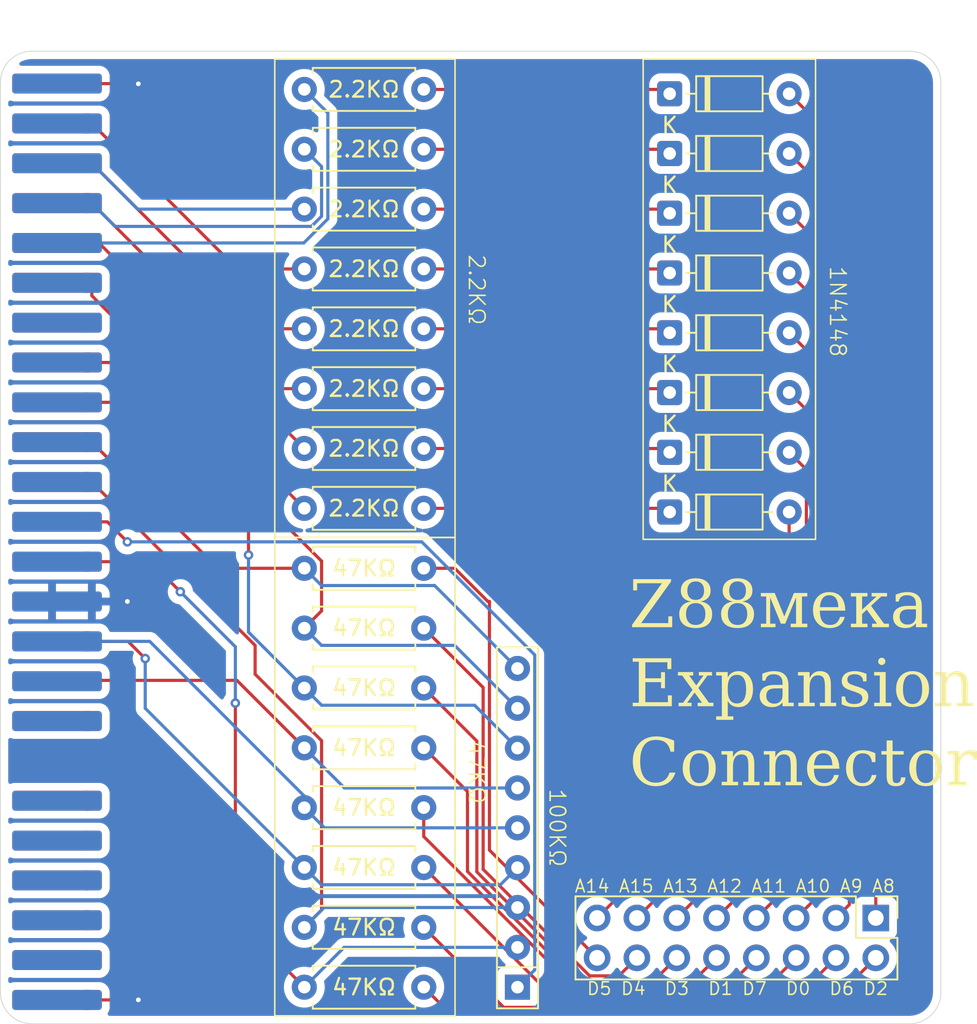
<source format=kicad_pcb>
(kicad_pcb (version 20241229) (generator "pcbnew") (generator_version "9.0")
  (title_block (title "Z88 Expansion Connector for Keyboard") (date "5/OCT/2025") (rev "A") (company "Brett Hallen") (comment 1 "www.youtube.com/@Brfff"))
  (layers (0 "F.Cu" signal) (2 "B.Cu" signal) (13 "F.Paste" user) (15 "B.Paste" user) (5 "F.SilkS" user "F.Silkscreen") (7 "B.SilkS" user "B.Silkscreen") (1 "F.Mask" user) (3 "B.Mask" user) (25 "Edge.Cuts" user))
  (net 0 "")
  (net 1 "Net-(D1-K)")
  (net 2 "Net-(D1-A)")
  (net 3 "Net-(D2-A)")
  (net 4 "Net-(D2-K)")
  (net 5 "Net-(D3-K)")
  (net 6 "Net-(D3-A)")
  (net 7 "Net-(D4-K)")
  (net 8 "Net-(D4-A)")
  (net 9 "Net-(D5-A)")
  (net 10 "Net-(D5-K)")
  (net 11 "Net-(D6-K)")
  (net 12 "Net-(D6-A)")
  (net 13 "Net-(D7-A)")
  (net 14 "Net-(D7-K)")
  (net 15 "Net-(D8-K)")
  (net 16 "Net-(D8-A)")
  (net 17 "A_{13}")
  (net 18 "GND")
  (net 19 "D_{5}")
  (net 20 "A_{10}")
  (net 21 "A_{15}")
  (net 22 "V_{CC}")
  (net 23 "D_{6}")
  (net 25 "D_{1}")
  (net 26 "A_{9}")
  (net 27 "A_{12}")
  (net 28 "D_{3}")
  (net 29 "D_{0}")
  (net 30 "A_{11}")
  (net 33 "A_{14}")
  (net 34 "D_{4}")
  (net 35 "D_{7}")
  (net 37 "A_{8}")
  (net 38 "Net-(J2-Pin_16)")
  (net 39 "Net-(J2-Pin_10)")
  (net 40 "Net-(J2-Pin_12)")
  (net 41 "Net-(J2-Pin_14)")
  (net 42 "D_{2}")
  (net 43 "Net-(J2-Pin_8)")
  (net 44 "Net-(J2-Pin_6)")
  (net 45 "Net-(J2-Pin_4)")
  (net 46 "Net-(J2-Pin_2)")
  (footprint "Resistor_THT:R_Axial_DIN0207_L6.3mm_D2.5mm_P7.62mm_Horizontal" (layer "F.Cu") (at 117.21 108.530667 180)
    (property "Reference" "R13" (hide yes))
    (property "Value" "47KΩ" (at 3.81 0 0) (layer "F.SilkS"))
    (pad "1" thru_hole circle (at 0 0 180) (size 1.6 1.6) (drill 0.8) (layers "*.Cu" "*.Mask") (net 39 "Net-(J2-Pin_10)"))
    (pad "2" thru_hole circle (at 7.62 0 180) (size 1.6 1.6) (drill 0.8) (layers "*.Cu" "*.Mask") (net 25 "D_{1}"))
  )
  (footprint "Resistor_THT:R_Axial_DIN0207_L6.3mm_D2.5mm_P7.62mm_Horizontal" (layer "F.Cu") (at 117.21 97.084667 180)
    (property "Reference" "R16" (hide yes))
    (property "Value" "47KΩ" (at 3.81 0 0) (layer "F.SilkS"))
    (pad "1" thru_hole circle (at 0 0 180) (size 1.6 1.6) (drill 0.8) (layers "*.Cu" "*.Mask") (net 38 "Net-(J2-Pin_16)"))
    (pad "2" thru_hole circle (at 7.62 0 180) (size 1.6 1.6) (drill 0.8) (layers "*.Cu" "*.Mask") (net 19 "D_{5}"))
  )
  (footprint "Clueless_Engineer:Z88 Expansion Connector" (layer "F.Cu") (at 93.495 61.105)
    (property "Reference" "J1" (hide yes))
    (property "Value" "Z88 Expansion Connector" (hide yes))
    (pad "A1" connect roundrect (at 0 5.08) (size 5.08 1.27) (layers "F.Cu" "F.Mask") (roundrect_rratio 0.15) (net 18 "GND"))
    (pad "A1" connect roundrect (at 2.54 5.08) (size 1.27 1.27) (layers "F.Cu" "F.Mask") (roundrect_rratio 0.15) (net 18 "GND"))
    (pad "A2" connect roundrect (at 0 7.62) (size 5.08 1.27) (layers "F.Cu" "F.Mask") (roundrect_rratio 0.15) (net 30 "A_{11}"))
    (pad "A2" connect roundrect (at 2.54 7.62) (size 1.27 1.27) (layers "F.Cu" "F.Mask") (roundrect_rratio 0.15) (net 30 "A_{11}"))
    (pad "A3" connect roundrect (at 0 10.16) (size 5.08 1.27) (layers "F.Cu" "F.Mask") (roundrect_rratio 0.15) (net 27 "A_{12}"))
    (pad "A3" connect roundrect (at 2.54 10.16) (size 1.27 1.27) (layers "F.Cu" "F.Mask") (roundrect_rratio 0.15) (net 27 "A_{12}"))
    (pad "A4" connect roundrect (at 0 12.7) (size 5.08 1.27) (layers "F.Cu" "F.Mask") (roundrect_rratio 0.15) (net 17 "A_{13}"))
    (pad "A4" connect roundrect (at 2.54 12.7) (size 1.27 1.27) (layers "F.Cu" "F.Mask") (roundrect_rratio 0.15) (net 17 "A_{13}"))
    (pad "A5" connect roundrect (at 0 15.24) (size 5.08 1.27) (layers "F.Cu" "F.Mask") (roundrect_rratio 0.15) (net 33 "A_{14}"))
    (pad "A5" connect roundrect (at 2.54 15.24) (size 1.27 1.27) (layers "F.Cu" "F.Mask") (roundrect_rratio 0.15) (net 33 "A_{14}"))
    (pad "A6" connect roundrect (at 0 17.78) (size 5.08 1.27) (layers "F.Cu" "F.Mask") (roundrect_rratio 0.15) (net 21 "A_{15}"))
    (pad "A6" connect roundrect (at 2.54 17.78) (size 1.27 1.27) (layers "F.Cu" "F.Mask") (roundrect_rratio 0.15) (net 21 "A_{15}"))
    (pad "A7" connect roundrect (at 0 20.32) (size 5.08 1.27) (layers "F.Cu" "F.Mask") (roundrect_rratio 0.15))
    (pad "A7" connect roundrect (at 2.54 20.32) (size 1.27 1.27) (layers "F.Cu" "F.Mask") (roundrect_rratio 0.15))
    (pad "A8" connect roundrect (at 0 22.86) (size 5.08 1.27) (layers "F.Cu" "F.Mask") (roundrect_rratio 0.15) (net 34 "D_{4}"))
    (pad "A8" connect roundrect (at 2.54 22.86) (size 1.27 1.27) (layers "F.Cu" "F.Mask") (roundrect_rratio 0.15) (net 34 "D_{4}"))
    (pad "A9" connect roundrect (at 0 25.4) (size 5.08 1.27) (layers "F.Cu" "F.Mask") (roundrect_rratio 0.15) (net 28 "D_{3}"))
    (pad "A9" connect roundrect (at 2.54 25.4) (size 1.27 1.27) (layers "F.Cu" "F.Mask") (roundrect_rratio 0.15) (net 28 "D_{3}"))
    (pad "A10" connect roundrect (at 0 27.94) (size 5.08 1.27) (layers "F.Cu" "F.Mask") (roundrect_rratio 0.15) (net 19 "D_{5}"))
    (pad "A10" connect roundrect (at 2.54 27.94) (size 1.27 1.27) (layers "F.Cu" "F.Mask") (roundrect_rratio 0.15) (net 19 "D_{5}"))
    (pad "A11" connect roundrect (at 0 30.48) (size 5.08 1.27) (layers "F.Cu" "F.Mask") (roundrect_rratio 0.15) (net 23 "D_{6}"))
    (pad "A11" connect roundrect (at 2.54 30.48) (size 1.27 1.27) (layers "F.Cu" "F.Mask") (roundrect_rratio 0.15) (net 23 "D_{6}"))
    (pad "A12" connect roundrect (at 0 33.02) (size 5.08 1.27) (layers "F.Cu" "F.Mask") (roundrect_rratio 0.15) (net 22 "V_{CC}"))
    (pad "A12" connect roundrect (at 2.54 33.02) (size 1.27 1.27) (layers "F.Cu" "F.Mask") (roundrect_rratio 0.15) (net 22 "V_{CC}"))
    (pad "A13" connect roundrect (at 0 35.56) (size 5.08 1.27) (layers "F.Cu" "F.Mask") (roundrect_rratio 0.15) (net 42 "D_{2}"))
    (pad "A13" connect roundrect (at 2.54 35.56) (size 1.27 1.27) (layers "F.Cu" "F.Mask") (roundrect_rratio 0.15) (net 42 "D_{2}"))
    (pad "A14" connect roundrect (at 0 38.1) (size 5.08 1.27) (layers "F.Cu" "F.Mask") (roundrect_rratio 0.15) (net 18 "GND"))
    (pad "A14" connect roundrect (at 2.54 38.1) (size 1.27 1.27) (layers "F.Cu" "F.Mask") (roundrect_rratio 0.15) (net 18 "GND"))
    (pad "A15" connect roundrect (at 0 40.64) (size 5.08 1.27) (layers "F.Cu" "F.Mask") (roundrect_rratio 0.15) (net 29 "D_{0}"))
    (pad "A15" connect roundrect (at 2.54 40.64) (size 1.27 1.27) (layers "F.Cu" "F.Mask") (roundrect_rratio 0.15) (net 29 "D_{0}"))
    (pad "A16" connect roundrect (at 0 43.18) (size 5.08 1.27) (layers "F.Cu" "F.Mask") (roundrect_rratio 0.15) (net 25 "D_{1}"))
    (pad "A16" connect roundrect (at 2.54 43.18) (size 1.27 1.27) (layers "F.Cu" "F.Mask") (roundrect_rratio 0.15) (net 25 "D_{1}"))
    (pad "A17" connect roundrect (at 0 45.72) (size 5.08 1.27) (layers "F.Cu" "F.Mask") (roundrect_rratio 0.15))
    (pad "A17" connect roundrect (at 2.54 45.72) (size 1.27 1.27) (layers "F.Cu" "F.Mask") (roundrect_rratio 0.15))
    (pad "A19" connect roundrect (at 0 50.8) (size 5.08 1.27) (layers "F.Cu" "F.Mask") (roundrect_rratio 0.15))
    (pad "A19" connect roundrect (at 2.54 50.8) (size 1.27 1.27) (layers "F.Cu" "F.Mask") (roundrect_rratio 0.15))
    (pad "A20" connect roundrect (at 0 53.34) (size 5.08 1.27) (layers "F.Cu" "F.Mask") (roundrect_rratio 0.15))
    (pad "A20" connect roundrect (at 2.54 53.34) (size 1.27 1.27) (layers "F.Cu" "F.Mask") (roundrect_rratio 0.15))
    (pad "A21" connect roundrect (at 0 55.88) (size 5.08 1.27) (layers "F.Cu" "F.Mask") (roundrect_rratio 0.15))
    (pad "A21" connect roundrect (at 2.54 55.88) (size 1.27 1.27) (layers "F.Cu" "F.Mask") (roundrect_rratio 0.15))
    (pad "A22" connect roundrect (at 0 58.42) (size 5.08 1.27) (layers "F.Cu" "F.Mask") (roundrect_rratio 0.15))
    (pad "A22" connect roundrect (at 2.54 58.42) (size 1.27 1.27) (layers "F.Cu" "F.Mask") (roundrect_rratio 0.15))
    (pad "A23" connect roundrect (at 0 60.96) (size 5.08 1.27) (layers "F.Cu" "F.Mask") (roundrect_rratio 0.15))
    (pad "A23" connect roundrect (at 2.54 60.96) (size 1.27 1.27) (layers "F.Cu" "F.Mask") (roundrect_rratio 0.15))
    (pad "A24" connect roundrect (at 0 63.5) (size 5.08 1.27) (layers "F.Cu" "F.Mask") (roundrect_rratio 0.15) (net 18 "GND"))
    (pad "A24" connect roundrect (at 2.54 63.5) (size 1.27 1.27) (layers "F.Cu" "F.Mask") (roundrect_rratio 0.15) (net 18 "GND"))
    (pad "B1" connect roundrect (at 0 5.08) (size 5.08 1.27) (layers "B.Cu" "B.Mask") (roundrect_rratio 0.15))
    (pad "B1" connect roundrect (at 2.54 5.08) (size 1.27 1.27) (layers "B.Cu" "B.Mask") (roundrect_rratio 0.15))
    (pad "B2" connect roundrect (at 0 7.62) (size 5.08 1.27) (layers "B.Cu" "B.Mask") (roundrect_rratio 0.15))
    (pad "B2" connect roundrect (at 2.54 7.62) (size 1.27 1.27) (layers "B.Cu" "B.Mask") (roundrect_rratio 0.15))
    (pad "B3" connect roundrect (at 0 10.16) (size 5.08 1.27) (layers "B.Cu" "B.Mask") (roundrect_rratio 0.15) (net 20 "A_{10}"))
    (pad "B3" connect roundrect (at 2.54 10.16) (size 1.27 1.27) (layers "B.Cu" "B.Mask") (roundrect_rratio 0.15) (net 20 "A_{10}"))
    (pad "B4" connect roundrect (at 0 12.7) (size 5.08 1.27) (layers "B.Cu" "B.Mask") (roundrect_rratio 0.15) (net 26 "A_{9}"))
    (pad "B4" connect roundrect (at 2.54 12.7) (size 1.27 1.27) (layers "B.Cu" "B.Mask") (roundrect_rratio 0.15) (net 26 "A_{9}"))
    (pad "B5" connect roundrect (at 0 15.24) (size 5.08 1.27) (layers "B.Cu" "B.Mask") (roundrect_rratio 0.15) (net 37 "A_{8}"))
    (pad "B5" connect roundrect (at 2.54 15.24) (size 1.27 1.27) (layers "B.Cu" "B.Mask") (roundrect_rratio 0.15) (net 37 "A_{8}"))
    (pad "B6" connect roundrect (at 0 17.78) (size 5.08 1.27) (layers "B.Cu" "B.Mask") (roundrect_rratio 0.15))
    (pad "B6" connect roundrect (at 2.54 17.78) (size 1.27 1.27) (layers "B.Cu" "B.Mask") (roundrect_rratio 0.15))
    (pad "B7" connect roundrect (at 0 20.32) (size 5.08 1.27) (layers "B.Cu" "B.Mask") (roundrect_rratio 0.15))
    (pad "B7" connect roundrect (at 2.54 20.32) (size 1.27 1.27) (layers "B.Cu" "B.Mask") (roundrect_rratio 0.15))
    (pad "B8" connect roundrect (at 0 22.86) (size 5.08 1.27) (layers "B.Cu" "B.Mask") (roundrect_rratio 0.15))
    (pad "B8" connect roundrect (at 2.54 22.86) (size 1.27 1.27) (layers "B.Cu" "B.Mask") (roundrect_rratio 0.15))
    (pad "B9" connect roundrect (at 0 25.4) (size 5.08 1.27) (layers "B.Cu" "B.Mask") (roundrect_rratio 0.15))
    (pad "B9" connect roundrect (at 2.54 25.4) (size 1.27 1.27) (layers "B.Cu" "B.Mask") (roundrect_rratio 0.15))
    (pad "B10" connect roundrect (at 0 27.94) (size 5.08 1.27) (layers "B.Cu" "B.Mask") (roundrect_rratio 0.15))
    (pad "B10" connect roundrect (at 2.54 27.94) (size 1.27 1.27) (layers "B.Cu" "B.Mask") (roundrect_rratio 0.15))
    (pad "B11" connect roundrect (at 0 30.48) (size 5.08 1.27) (layers "B.Cu" "B.Mask") (roundrect_rratio 0.15))
    (pad "B11" connect roundrect (at 2.54 30.48) (size 1.27 1.27) (layers "B.Cu" "B.Mask") (roundrect_rratio 0.15))
    (pad "B12" connect roundrect (at 0 33.02) (size 5.08 1.27) (layers "B.Cu" "B.Mask") (roundrect_rratio 0.15))
    (pad "B12" connect roundrect (at 2.54 33.02) (size 1.27 1.27) (layers "B.Cu" "B.Mask") (roundrect_rratio 0.15))
    (pad "B13" connect roundrect (at 0 35.56) (size 5.08 1.27) (layers "B.Cu" "B.Mask") (roundrect_rratio 0.15))
    (pad "B13" connect roundrect (at 2.54 35.56) (size 1.27 1.27) (layers "B.Cu" "B.Mask") (roundrect_rratio 0.15))
    (pad "B14" connect roundrect (at 0 38.1) (size 5.08 1.27) (layers "B.Cu" "B.Mask") (roundrect_rratio 0.15) (net 18 "GND"))
    (pad "B14" connect roundrect (at 2.54 38.1) (size 1.27 1.27) (layers "B.Cu" "B.Mask") (roundrect_rratio 0.15) (net 18 "GND"))
    (pad "B15" connect roundrect (at 0 40.64) (size 5.08 1.27) (layers "B.Cu" "B.Mask") (roundrect_rratio 0.15) (net 35 "D_{7}"))
    (pad "B15" connect roundrect (at 2.54 40.64) (size 1.27 1.27) (layers "B.Cu" "B.Mask") (roundrect_rratio 0.15) (net 35 "D_{7}"))
    (pad "B16" connect roundrect (at 0 43.18) (size 5.08 1.27) (layers "B.Cu" "B.Mask") (roundrect_rratio 0.15))
    (pad "B16" connect roundrect (at 2.54 43.18) (size 1.27 1.27) (layers "B.Cu" "B.Mask") (roundrect_rratio 0.15))
    (pad "B17" connect roundrect (at 0 45.72) (size 5.08 1.27) (layers "B.Cu" "B.Mask") (roundrect_rratio 0.15))
    (pad "B17" connect roundrect (at 2.54 45.72) (size 1.27 1.27) (layers "B.Cu" "B.Mask") (roundrect_rratio 0.15))
    (pad "B19" connect roundrect (at 0 50.8) (size 5.08 1.27) (layers "B.Cu" "B.Mask") (roundrect_rratio 0.15))
    (pad "B19" connect roundrect (at 2.54 50.8) (size 1.27 1.27) (layers "B.Cu" "B.Mask") (roundrect_rratio 0.15))
    (pad "B20" connect roundrect (at 0 53.34) (size 5.08 1.27) (layers "B.Cu" "B.Mask") (roundrect_rratio 0.15))
    (pad "B20" connect roundrect (at 2.54 53.34) (size 1.27 1.27) (layers "B.Cu" "B.Mask") (roundrect_rratio 0.15))
    (pad "B21" connect roundrect (at 0 55.88) (size 5.08 1.27) (layers "B.Cu" "B.Mask") (roundrect_rratio 0.15))
    (pad "B21" connect roundrect (at 2.54 55.88) (size 1.27 1.27) (layers "B.Cu" "B.Mask") (roundrect_rratio 0.15))
    (pad "B22" connect roundrect (at 0 58.42) (size 5.08 1.27) (layers "B.Cu" "B.Mask") (roundrect_rratio 0.15))
    (pad "B22" connect roundrect (at 2.54 58.42) (size 1.27 1.27) (layers "B.Cu" "B.Mask") (roundrect_rratio 0.15))
    (pad "B23" connect roundrect (at 0 60.96) (size 5.08 1.27) (layers "B.Cu" "B.Mask") (roundrect_rratio 0.15))
    (pad "B23" connect roundrect (at 2.54 60.96) (size 1.27 1.27) (layers "B.Cu" "B.Mask") (roundrect_rratio 0.15))
    (pad "B24" connect roundrect (at 0 63.5) (size 5.08 1.27) (layers "B.Cu" "B.Mask") (roundrect_rratio 0.15))
    (pad "B24" connect roundrect (at 2.54 63.5) (size 1.27 1.27) (layers "B.Cu" "B.Mask") (roundrect_rratio 0.15))
  )
  (footprint "Resistor_THT:R_Axial_DIN0207_L6.3mm_D2.5mm_P7.62mm_Horizontal" (layer "F.Cu") (at 117.21 112.346 180)
    (property "Reference" "R12" (hide yes))
    (property "Value" "47KΩ" (at 3.81 0 0) (layer "F.SilkS"))
    (pad "1" thru_hole circle (at 0 0 180) (size 1.6 1.6) (drill 0.8) (layers "*.Cu" "*.Mask") (net 43 "Net-(J2-Pin_8)"))
    (pad "2" thru_hole circle (at 7.62 0 180) (size 1.6 1.6) (drill 0.8) (layers "*.Cu" "*.Mask") (net 35 "D_{7}"))
  )
  (footprint "Resistor_THT:R_Axial_DIN0207_L6.3mm_D2.5mm_P7.62mm_Horizontal" (layer "F.Cu") (at 117.21 104.715334 180)
    (property "Reference" "R14" (hide yes))
    (property "Value" "47KΩ" (at 3.81 0 0) (layer "F.SilkS"))
    (pad "1" thru_hole circle (at 0 0 180) (size 1.6 1.6) (drill 0.8) (layers "*.Cu" "*.Mask") (net 40 "Net-(J2-Pin_12)"))
    (pad "2" thru_hole circle (at 7.62 0 180) (size 1.6 1.6) (drill 0.8) (layers "*.Cu" "*.Mask") (net 28 "D_{3}"))
  )
  (footprint "Diode_THT:D_DO-35_SOD27_P7.62mm_Horizontal" (layer "F.Cu") (at 132.9 74.45)
    (property "Reference" "D3" (hide yes))
    (property "Value" "1N4148" (hide yes))
    (fp_text user "K" (at 0 -1.8 0) (layer "F.SilkS"))
    (pad "1" thru_hole roundrect (at 0 0) (size 1.6 1.6) (drill 0.8) (layers "*.Cu" "*.Mask") (roundrect_rratio 0.15625) (net 5 "Net-(D3-K)"))
    (pad "2" thru_hole circle (at 7.62 0) (size 1.6 1.6) (drill 0.8) (layers "*.Cu" "*.Mask") (net 6 "Net-(D3-A)"))
  )
  (footprint "Diode_THT:D_DO-35_SOD27_P7.62mm_Horizontal" (layer "F.Cu") (at 132.9 82.07)
    (property "Reference" "D5" (hide yes))
    (property "Value" "1N4148" (hide yes))
    (fp_text user "K" (at 0 -1.8 0) (layer "F.SilkS"))
    (pad "1" thru_hole roundrect (at 0 0) (size 1.6 1.6) (drill 0.8) (layers "*.Cu" "*.Mask") (roundrect_rratio 0.15625) (net 10 "Net-(D5-K)"))
    (pad "2" thru_hole circle (at 7.62 0) (size 1.6 1.6) (drill 0.8) (layers "*.Cu" "*.Mask") (net 9 "Net-(D5-A)"))
  )
  (footprint "Diode_THT:D_DO-35_SOD27_P7.62mm_Horizontal" (layer "F.Cu") (at 132.9 70.64)
    (property "Reference" "D2" (hide yes))
    (property "Value" "1N4148" (hide yes))
    (fp_text user "K" (at 0 -1.8 0) (layer "F.SilkS"))
    (pad "1" thru_hole roundrect (at 0 0) (size 1.6 1.6) (drill 0.8) (layers "*.Cu" "*.Mask") (roundrect_rratio 0.15625) (net 4 "Net-(D2-K)"))
    (pad "2" thru_hole circle (at 7.62 0) (size 1.6 1.6) (drill 0.8) (layers "*.Cu" "*.Mask") (net 3 "Net-(D2-A)"))
  )
  (footprint "Connector_PinHeader_2.54mm:PinHeader_2x08_P2.54mm_Vertical" (layer "F.Cu") (at 146.05 119.38 -90)
    (property "Reference" "J2" (hide yes))
    (property "Value" "From Keyboard" (hide yes))
    (pad "1" thru_hole rect (at 0 0 270) (size 1.7 1.7) (drill 1) (layers "*.Cu" "*.Mask") (net 2 "Net-(D1-A)"))
    (pad "2" thru_hole circle (at 2.54 0 270) (size 1.7 1.7) (drill 1) (layers "*.Cu" "*.Mask") (net 46 "Net-(J2-Pin_2)"))
    (pad "3" thru_hole circle (at 0 2.54 270) (size 1.7 1.7) (drill 1) (layers "*.Cu" "*.Mask") (net 3 "Net-(D2-A)"))
    (pad "4" thru_hole circle (at 2.54 2.54 270) (size 1.7 1.7) (drill 1) (layers "*.Cu" "*.Mask") (net 45 "Net-(J2-Pin_4)"))
    (pad "5" thru_hole circle (at 0 5.08 270) (size 1.7 1.7) (drill 1) (layers "*.Cu" "*.Mask") (net 6 "Net-(D3-A)"))
    (pad "6" thru_hole circle (at 2.54 5.08 270) (size 1.7 1.7) (drill 1) (layers "*.Cu" "*.Mask") (net 44 "Net-(J2-Pin_6)"))
    (pad "7" thru_hole circle (at 0 7.62 270) (size 1.7 1.7) (drill 1) (layers "*.Cu" "*.Mask") (net 8 "Net-(D4-A)"))
    (pad "8" thru_hole circle (at 2.54 7.62 270) (size 1.7 1.7) (drill 1) (layers "*.Cu" "*.Mask") (net 43 "Net-(J2-Pin_8)"))
    (pad "9" thru_hole circle (at 0 10.16 270) (size 1.7 1.7) (drill 1) (layers "*.Cu" "*.Mask") (net 9 "Net-(D5-A)"))
    (pad "10" thru_hole circle (at 2.54 10.16 270) (size 1.7 1.7) (drill 1) (layers "*.Cu" "*.Mask") (net 39 "Net-(J2-Pin_10)"))
    (pad "11" thru_hole circle (at 0 12.7 270) (size 1.7 1.7) (drill 1) (layers "*.Cu" "*.Mask") (net 12 "Net-(D6-A)"))
    (pad "12" thru_hole circle (at 2.54 12.7 270) (size 1.7 1.7) (drill 1) (layers "*.Cu" "*.Mask") (net 40 "Net-(J2-Pin_12)"))
    (pad "13" thru_hole circle (at 0 15.24 270) (size 1.7 1.7) (drill 1) (layers "*.Cu" "*.Mask") (net 13 "Net-(D7-A)"))
    (pad "14" thru_hole circle (at 2.54 15.24 270) (size 1.7 1.7) (drill 1) (layers "*.Cu" "*.Mask") (net 41 "Net-(J2-Pin_14)"))
    (pad "15" thru_hole circle (at 0 17.78 270) (size 1.7 1.7) (drill 1) (layers "*.Cu" "*.Mask") (net 16 "Net-(D8-A)"))
    (pad "16" thru_hole circle (at 2.54 17.78 270) (size 1.7 1.7) (drill 1) (layers "*.Cu" "*.Mask") (net 38 "Net-(J2-Pin_16)"))
  )
  (footprint "Diode_THT:D_DO-35_SOD27_P7.62mm_Horizontal" (layer "F.Cu") (at 132.9 66.83)
    (property "Reference" "D1" (hide yes))
    (property "Value" "1N4148" (hide yes))
    (pad "1" thru_hole roundrect (at 0 0) (size 1.6 1.6) (drill 0.8) (layers "*.Cu" "*.Mask") (roundrect_rratio 0.15625) (net 1 "Net-(D1-K)"))
    (pad "2" thru_hole circle (at 7.62 0) (size 1.6 1.6) (drill 0.8) (layers "*.Cu" "*.Mask") (net 2 "Net-(D1-A)"))
  )
  (footprint "Resistor_THT:R_Axial_DIN0207_L6.3mm_D2.5mm_P7.62mm_Horizontal" (layer "F.Cu") (at 109.59 70.372)
    (property "Reference" "R2" (hide yes))
    (property "Value" "2.2KΩ" (at 3.81 0 0) (layer "F.SilkS"))
    (pad "1" thru_hole circle (at 0 0) (size 1.6 1.6) (drill 0.8) (layers "*.Cu" "*.Mask") (net 26 "A_{9}"))
    (pad "2" thru_hole circle (at 7.62 0) (size 1.6 1.6) (drill 0.8) (layers "*.Cu" "*.Mask") (net 4 "Net-(D2-K)"))
  )
  (footprint "Resistor_THT:R_Axial_DIN0207_L6.3mm_D2.5mm_P7.62mm_Horizontal" (layer "F.Cu") (at 117.21 123.792 180)
    (property "Reference" "R9" (hide yes))
    (property "Value" "47KΩ" (at 3.81 0 0) (layer "F.SilkS"))
    (pad "1" thru_hole circle (at 0 0 180) (size 1.6 1.6) (drill 0.8) (layers "*.Cu" "*.Mask") (net 46 "Net-(J2-Pin_2)"))
    (pad "2" thru_hole circle (at 7.62 0 180) (size 1.6 1.6) (drill 0.8) (layers "*.Cu" "*.Mask") (net 42 "D_{2}"))
  )
  (footprint "Diode_THT:D_DO-35_SOD27_P7.62mm_Horizontal" (layer "F.Cu") (at 132.9 89.69)
    (property "Reference" "D7" (hide yes))
    (property "Value" "1N4148" (hide yes))
    (fp_text user "K" (at 0 -1.8 0) (layer "F.SilkS"))
    (pad "1" thru_hole roundrect (at 0 0) (size 1.6 1.6) (drill 0.8) (layers "*.Cu" "*.Mask") (roundrect_rratio 0.15625) (net 14 "Net-(D7-K)"))
    (pad "2" thru_hole circle (at 7.62 0) (size 1.6 1.6) (drill 0.8) (layers "*.Cu" "*.Mask") (net 13 "Net-(D7-A)"))
  )
  (footprint "Resistor_THT:R_Axial_DIN0207_L6.3mm_D2.5mm_P7.62mm_Horizontal" (layer "F.Cu") (at 117.21 119.976667 180)
    (property "Reference" "R10" (hide yes))
    (property "Value" "47KΩ" (at 3.81 0 0) (layer "F.SilkS"))
    (pad "1" thru_hole circle (at 0 0 180) (size 1.6 1.6) (drill 0.8) (layers "*.Cu" "*.Mask") (net 45 "Net-(J2-Pin_4)"))
    (pad "2" thru_hole circle (at 7.62 0 180) (size 1.6 1.6) (drill 0.8) (layers "*.Cu" "*.Mask") (net 23 "D_{6}"))
  )
  (footprint "Diode_THT:D_DO-35_SOD27_P7.62mm_Horizontal" (layer "F.Cu") (at 132.9 78.26)
    (property "Reference" "D4" (hide yes))
    (property "Value" "1N4148" (hide yes))
    (fp_text user "K" (at 0 -1.8 0) (layer "F.SilkS"))
    (pad "1" thru_hole roundrect (at 0 0) (size 1.6 1.6) (drill 0.8) (layers "*.Cu" "*.Mask") (roundrect_rratio 0.15625) (net 7 "Net-(D4-K)"))
    (pad "2" thru_hole circle (at 7.62 0) (size 1.6 1.6) (drill 0.8) (layers "*.Cu" "*.Mask") (net 8 "Net-(D4-A)"))
  )
  (footprint "Resistor_THT:R_Axial_DIN0207_L6.3mm_D2.5mm_P7.62mm_Horizontal" (layer "F.Cu") (at 109.59 89.448667)
    (property "Reference" "R7" (hide yes))
    (property "Value" "2.2KΩ" (at 3.81 0 0) (layer "F.SilkS"))
    (pad "1" thru_hole circle (at 0 0) (size 1.6 1.6) (drill 0.8) (layers "*.Cu" "*.Mask") (net 33 "A_{14}"))
    (pad "2" thru_hole circle (at 7.62 0) (size 1.6 1.6) (drill 0.8) (layers "*.Cu" "*.Mask") (net 14 "Net-(D7-K)"))
  )
  (footprint "Resistor_THT:R_Axial_DIN0207_L6.3mm_D2.5mm_P7.62mm_Horizontal" (layer "F.Cu") (at 109.59 78.002667)
    (property "Reference" "R4" (hide yes))
    (property "Value" "2.2KΩ" (at 3.81 0 0) (layer "F.SilkS"))
    (pad "1" thru_hole circle (at 0 0) (size 1.6 1.6) (drill 0.8) (layers "*.Cu" "*.Mask") (net 30 "A_{11}"))
    (pad "2" thru_hole circle (at 7.62 0) (size 1.6 1.6) (drill 0.8) (layers "*.Cu" "*.Mask") (net 7 "Net-(D4-K)"))
  )
  (footprint "Resistor_THT:R_Axial_DIN0207_L6.3mm_D2.5mm_P7.62mm_Horizontal" (layer "F.Cu") (at 117.21 100.9 180)
    (property "Reference" "R15" (hide yes))
    (property "Value" "47KΩ" (at 3.81 0 0) (layer "F.SilkS"))
    (pad "1" thru_hole circle (at 0 0 180) (size 1.6 1.6) (drill 0.8) (layers "*.Cu" "*.Mask") (net 41 "Net-(J2-Pin_14)"))
    (pad "2" thru_hole circle (at 7.62 0 180) (size 1.6 1.6) (drill 0.8) (layers "*.Cu" "*.Mask") (net 34 "D_{4}"))
  )
  (footprint "Resistor_THT:R_Axial_DIN0207_L6.3mm_D2.5mm_P7.62mm_Horizontal" (layer "F.Cu") (at 109.59 81.818)
    (property "Reference" "R5" (hide yes))
    (property "Value" "2.2KΩ" (at 3.81 0 0) (layer "F.SilkS"))
    (pad "1" thru_hole circle (at 0 0) (size 1.6 1.6) (drill 0.8) (layers "*.Cu" "*.Mask") (net 27 "A_{12}"))
    (pad "2" thru_hole circle (at 7.62 0) (size 1.6 1.6) (drill 0.8) (layers "*.Cu" "*.Mask") (net 10 "Net-(D5-K)"))
  )
  (footprint "Resistor_THT:R_Array_SIP9" (layer "F.Cu") (at 123.19 123.792 90)
    (property "Reference" "RN1" (hide yes))
    (property "Value" "100KΩ" (at 10.16 2.54 270) (layer "F.SilkS") (effects (font (thickness 0.1))))
    (pad "1" thru_hole rect (at 0 0 90) (size 1.6 1.6) (drill 0.8) (layers "*.Cu" "*.Mask") (net 22 "V_{CC}"))
    (pad "2" thru_hole circle (at 2.54 0 90) (size 1.6 1.6) (drill 0.8) (layers "*.Cu" "*.Mask") (net 42 "D_{2}"))
    (pad "3" thru_hole circle (at 5.08 0 90) (size 1.6 1.6) (drill 0.8) (layers "*.Cu" "*.Mask") (net 23 "D_{6}"))
    (pad "4" thru_hole circle (at 7.62 0 90) (size 1.6 1.6) (drill 0.8) (layers "*.Cu" "*.Mask") (net 29 "D_{0}"))
    (pad "5" thru_hole circle (at 10.16 0 90) (size 1.6 1.6) (drill 0.8) (layers "*.Cu" "*.Mask") (net 35 "D_{7}"))
    (pad "6" thru_hole circle (at 12.7 0 90) (size 1.6 1.6) (drill 0.8) (layers "*.Cu" "*.Mask") (net 25 "D_{1}"))
    (pad "7" thru_hole circle (at 15.24 0 90) (size 1.6 1.6) (drill 0.8) (layers "*.Cu" "*.Mask") (net 28 "D_{3}"))
    (pad "8" thru_hole circle (at 17.78 0 90) (size 1.6 1.6) (drill 0.8) (layers "*.Cu" "*.Mask") (net 34 "D_{4}"))
    (pad "9" thru_hole circle (at 20.32 0 90) (size 1.6 1.6) (drill 0.8) (layers "*.Cu" "*.Mask") (net 19 "D_{5}"))
  )
  (footprint "Resistor_THT:R_Axial_DIN0207_L6.3mm_D2.5mm_P7.62mm_Horizontal" (layer "F.Cu") (at 109.59 74.187334)
    (property "Reference" "R3" (hide yes))
    (property "Value" "2.2KΩ" (at 3.81 0 0) (layer "F.SilkS"))
    (pad "1" thru_hole circle (at 0 0) (size 1.6 1.6) (drill 0.8) (layers "*.Cu" "*.Mask") (net 20 "A_{10}"))
    (pad "2" thru_hole circle (at 7.62 0) (size 1.6 1.6) (drill 0.8) (layers "*.Cu" "*.Mask") (net 5 "Net-(D3-K)"))
  )
  (footprint "Resistor_THT:R_Axial_DIN0207_L6.3mm_D2.5mm_P7.62mm_Horizontal" (layer "F.Cu") (at 109.59 66.556667)
    (property "Reference" "R1" (hide yes))
    (property "Value" "2.2KΩ" (at 3.81 0 0) (layer "F.SilkS"))
    (pad "1" thru_hole circle (at 0 0) (size 1.6 1.6) (drill 0.8) (layers "*.Cu" "*.Mask") (net 37 "A_{8}"))
    (pad "2" thru_hole circle (at 7.62 0) (size 1.6 1.6) (drill 0.8) (layers "*.Cu" "*.Mask") (net 1 "Net-(D1-K)"))
  )
  (footprint "Diode_THT:D_DO-35_SOD27_P7.62mm_Horizontal" (layer "F.Cu") (at 132.9 85.88)
    (property "Reference" "D6" (hide yes))
    (property "Value" "1N4148" (hide yes))
    (fp_text user "K" (at 0 -1.8 0) (layer "F.SilkS"))
    (pad "1" thru_hole roundrect (at 0 0) (size 1.6 1.6) (drill 0.8) (layers "*.Cu" "*.Mask") (roundrect_rratio 0.15625) (net 11 "Net-(D6-K)"))
    (pad "2" thru_hole circle (at 7.62 0) (size 1.6 1.6) (drill 0.8) (layers "*.Cu" "*.Mask") (net 12 "Net-(D6-A)"))
  )
  (footprint "Resistor_THT:R_Axial_DIN0207_L6.3mm_D2.5mm_P7.62mm_Horizontal" (layer "F.Cu") (at 117.21 116.161334 180)
    (property "Reference" "R11" (hide yes))
    (property "Value" "47KΩ" (at 3.81 0 0) (layer "F.SilkS"))
    (pad "1" thru_hole circle (at 0 0 180) (size 1.6 1.6) (drill 0.8) (layers "*.Cu" "*.Mask") (net 44 "Net-(J2-Pin_6)"))
    (pad "2" thru_hole circle (at 7.62 0 180) (size 1.6 1.6) (drill 0.8) (layers "*.Cu" "*.Mask") (net 29 "D_{0}"))
  )
  (footprint "Resistor_THT:R_Axial_DIN0207_L6.3mm_D2.5mm_P7.62mm_Horizontal" (layer "F.Cu") (at 109.59 93.264)
    (property "Reference" "R8" (hide yes))
    (property "Value" "2.2KΩ" (at 3.81 0 0) (layer "F.SilkS"))
    (pad "1" thru_hole circle (at 0 0) (size 1.6 1.6) (drill 0.8) (layers "*.Cu" "*.Mask") (net 21 "A_{15}"))
    (pad "2" thru_hole circle (at 7.62 0) (size 1.6 1.6) (drill 0.8) (layers "*.Cu" "*.Mask") (net 15 "Net-(D8-K)"))
  )
  (footprint "Resistor_THT:R_Axial_DIN0207_L6.3mm_D2.5mm_P7.62mm_Horizontal" (layer "F.Cu") (at 109.59 85.633334)
    (property "Reference" "R6" (hide yes))
    (property "Value" "2.2KΩ" (at 3.81 0 0) (layer "F.SilkS"))
    (pad "1" thru_hole circle (at 0 0) (size 1.6 1.6) (drill 0.8) (layers "*.Cu" "*.Mask") (net 17 "A_{13}"))
    (pad "2" thru_hole circle (at 7.62 0) (size 1.6 1.6) (drill 0.8) (layers "*.Cu" "*.Mask") (net 11 "Net-(D6-K)"))
  )
  (footprint "Diode_THT:D_DO-35_SOD27_P7.62mm_Horizontal" (layer "F.Cu") (at 132.9 93.5)
    (property "Reference" "D8" (hide yes))
    (property "Value" "1N4148" (hide yes))
    (fp_text user "K" (at 0 -1.8 0) (layer "F.SilkS"))
    (pad "1" thru_hole roundrect (at 0 0) (size 1.6 1.6) (drill 0.8) (layers "*.Cu" "*.Mask") (roundrect_rratio 0.15625) (net 15 "Net-(D8-K)"))
    (pad "2" thru_hole circle (at 7.62 0) (size 1.6 1.6) (drill 0.8) (layers "*.Cu" "*.Mask") (net 16 "Net-(D8-A)"))
  )
  (gr_rect (start 131.206166 64.62) (end 142.206166 95.24) (stroke (width 0.1)) (fill no) (layer "F.SilkS"))
  (gr_rect (start 107.706166 95.12) (end 119.206166 125.62) (stroke (width 0.1)) (fill no) (layer "F.SilkS"))
  (gr_rect (start 107.706166 64.62) (end 119.206166 95.12) (stroke (width 0.1)) (fill no) (layer "F.SilkS"))
  (gr_arc (start 150.2 124.12) (mid 149.614214 125.534214) (end 148.2 126.12) (stroke (width 0.05)) (layer "Edge.Cuts"))
  (gr_arc (start 90.2 66.12) (mid 90.785786 64.705786) (end 92.2 64.12) (stroke (width 0.05)) (layer "Edge.Cuts"))
  (gr_arc (start 148.2 64.12) (mid 149.614214 64.705786) (end 150.2 66.12) (stroke (width 0.05)) (layer "Edge.Cuts"))
  (gr_line (start 90.2 124.12) (end 90.2 66.12) (stroke (width 0.05)) (layer "Edge.Cuts"))
  (gr_line (start 148.2 126.12) (end 92.2 126.12) (stroke (width 0.05)) (layer "Edge.Cuts"))
  (gr_line (start 92.2 64.12) (end 148.2 64.12) (stroke (width 0.05)) (layer "Edge.Cuts"))
  (gr_arc (start 92.2 126.12) (mid 90.785786 125.534214) (end 90.2 124.12) (stroke (width 0.05)) (layer "Edge.Cuts"))
  (gr_line (start 150.2 66.12) (end 150.2 124.12) (stroke (width 0.05)) (layer "Edge.Cuts"))
  (gr_text "Z88мека\nExpansion\nConnector" (at 130.31 111.43 0) (layer "F.SilkS") (effects (font (size 3 3)) (justify left bottom)))
  (gr_text "47KΩ" (at 120 108 270) (layer "F.SilkS") (effects (font (size 1 1) (thickness 0.1)) (justify left bottom)))
  (gr_text "A14 A15 A13 A12 A11 A10 A9 A8" (at 126.78 117.82 0) (layer "F.SilkS") (effects (font (size 0.8 0.8) (thickness 0.1)) (justify left bottom)))
  (gr_text "2.2KΩ" (at 120 77 270) (layer "F.SilkS") (effects (font (size 1 1) (thickness 0.1)) (justify left bottom)))
  (gr_text "1N4148" (at 143.04 77.75 270) (layer "F.SilkS") (effects (font (size 1 1) (thickness 0.1)) (justify left bottom)))
  (gr_text "D5 D4  D3  D1 D7  D0  D6 D2" (at 127.56 124.35 0) (layer "F.SilkS") (effects (font (size 0.8 0.8) (thickness 0.1)) (justify left bottom)))
  (segment (start 117.21 66.556667) (end 132.626667 66.556667) (width 0.2) (layer "F.Cu") (net 1))
  (segment (start 132.626667 66.556667) (end 132.9 66.83) (width 0.2) (layer "F.Cu") (net 1))
  (segment (start 140.52 66.83) (end 146.05 72.36) (width 0.2) (layer "F.Cu") (net 2))
  (segment (start 146.05 72.36) (end 146.05 119.38) (width 0.2) (layer "F.Cu") (net 2))
  (segment (start 144.36 118.53) (end 143.51 119.38) (width 0.2) (layer "F.Cu") (net 3))
  (segment (start 144.36 74.48) (end 144.36 118.53) (width 0.2) (layer "F.Cu") (net 3))
  (segment (start 140.52 70.64) (end 144.36 74.48) (width 0.2) (layer "F.Cu") (net 3))
  (segment (start 117.21 70.372) (end 132.632 70.372) (width 0.2) (layer "F.Cu") (net 4))
  (segment (start 132.632 70.372) (end 132.9 70.64) (width 0.2) (layer "F.Cu") (net 4))
  (segment (start 132.637334 74.187334) (end 132.9 74.45) (width 0.2) (layer "F.Cu") (net 5))
  (segment (start 117.21 74.187334) (end 132.637334 74.187334) (width 0.2) (layer "F.Cu") (net 5))
  (segment (start 143.225 117.125) (end 140.97 119.38) (width 0.2) (layer "F.Cu") (net 6))
  (segment (start 143.225 77.155) (end 143.225 117.125) (width 0.2) (layer "F.Cu") (net 6))
  (segment (start 140.52 74.45) (end 143.225 77.155) (width 0.2) (layer "F.Cu") (net 6))
  (segment (start 132.642667 78.002667) (end 132.9 78.26) (width 0.2) (layer "F.Cu") (net 7))
  (segment (start 117.21 78.002667) (end 132.642667 78.002667) (width 0.2) (layer "F.Cu") (net 7))
  (segment (start 142.824 114.986) (end 138.43 119.38) (width 0.2) (layer "F.Cu") (net 8))
  (segment (start 140.52 78.26) (end 142.824 80.564) (width 0.2) (layer "F.Cu") (net 8))
  (segment (start 142.824 80.564) (end 142.824 114.986) (width 0.2) (layer "F.Cu") (net 8))
  (segment (start 140.52 82.07) (end 142.423 83.973) (width 0.2) (layer "F.Cu") (net 9))
  (segment (start 142.423 83.973) (end 142.423 112.847) (width 0.2) (layer "F.Cu") (net 9))
  (segment (start 142.423 112.847) (end 135.89 119.38) (width 0.2) (layer "F.Cu") (net 9))
  (segment (start 132.648 81.818) (end 132.9 82.07) (width 0.2) (layer "F.Cu") (net 10))
  (segment (start 117.21 81.818) (end 132.648 81.818) (width 0.2) (layer "F.Cu") (net 10))
  (segment (start 132.653334 85.633334) (end 132.9 85.88) (width 0.2) (layer "F.Cu") (net 11))
  (segment (start 117.21 85.633334) (end 132.653334 85.633334) (width 0.2) (layer "F.Cu") (net 11))
  (segment (start 142.022 87.382) (end 142.022 110.708) (width 0.2) (layer "F.Cu") (net 12))
  (segment (start 140.52 85.88) (end 142.022 87.382) (width 0.2) (layer "F.Cu") (net 12))
  (segment (start 142.022 110.708) (end 133.35 119.38) (width 0.2) (layer "F.Cu") (net 12))
  (segment (start 141.621 90.791) (end 141.621 108.569) (width 0.2) (layer "F.Cu") (net 13))
  (segment (start 141.621 108.569) (end 130.81 119.38) (width 0.2) (layer "F.Cu") (net 13))
  (segment (start 140.52 89.69) (end 141.621 90.791) (width 0.2) (layer "F.Cu") (net 13))
  (segment (start 117.21 89.448667) (end 132.658667 89.448667) (width 0.2) (layer "F.Cu") (net 14))
  (segment (start 132.658667 89.448667) (end 132.9 89.69) (width 0.2) (layer "F.Cu") (net 14))
  (segment (start 117.21 93.264) (end 132.664 93.264) (width 0.2) (layer "F.Cu") (net 15))
  (segment (start 132.664 93.264) (end 132.9 93.5) (width 0.2) (layer "F.Cu") (net 15))
  (segment (start 140.52 93.5) (end 140.52 107.13) (width 0.2) (layer "F.Cu") (net 16))
  (segment (start 140.52 107.13) (end 128.27 119.38) (width 0.2) (layer "F.Cu") (net 16))
  (segment (start 107.863334 85.633334) (end 96.035 73.805) (width 0.2) (layer "F.Cu") (net 17))
  (segment (start 109.59 85.633334) (end 107.863334 85.633334) (width 0.2) (layer "F.Cu") (net 17))
  (segment (start 98.985 66.185) (end 99 66.2) (width 0.2) (layer "F.Cu") (net 18))
  (segment (start 99 124.6) (end 98.995 124.605) (width 0.2) (layer "F.Cu") (net 18))
  (segment (start 96.035 99.205) (end 98.295 99.205) (width 0.2) (layer "F.Cu") (net 18))
  (segment (start 98.3 99.2) (end 98.295 99.205) (width 0.2) (layer "F.Cu") (net 18))
  (segment (start 96.035 124.605) (end 98.995 124.605) (width 0.2) (layer "F.Cu") (net 18))
  (segment (start 96.035 66.185) (end 98.985 66.185) (width 0.2) (layer "F.Cu") (net 18))
  (via (at 99 66.2) (size 0.6) (drill 0.3) (layers "F.Cu" "B.Cu") (net 18))
  (via (at 99 124.6) (size 0.6) (drill 0.3) (layers "F.Cu" "B.Cu") (net 18))
  (via (at 98.3 99.2) (size 0.6) (drill 0.3) (layers "F.Cu" "B.Cu") (net 18))
  (segment (start 104.074667 97.084667) (end 96.035 89.045) (width 0.2) (layer "F.Cu") (net 19))
  (segment (start 109.59 97.084667) (end 104.074667 97.084667) (width 0.2) (layer "F.Cu") (net 19))
  (segment (start 117.903667 98.185667) (end 123.19 103.472) (width 0.2) (layer "B.Cu") (net 19))
  (segment (start 109.59 97.084667) (end 110.691 98.185667) (width 0.2) (layer "B.Cu") (net 19))
  (segment (start 110.691 98.185667) (end 117.903667 98.185667) (width 0.2) (layer "B.Cu") (net 19))
  (segment (start 98.957334 74.187334) (end 96.035 71.265) (width 0.2) (layer "B.Cu") (net 20))
  (segment (start 109.59 74.187334) (end 98.957334 74.187334) (width 0.2) (layer "B.Cu") (net 20))
  (segment (start 96.035 79.709) (end 96.035 78.885) (width 0.2) (layer "F.Cu") (net 21))
  (segment (start 109.59 93.264) (end 96.035 79.709) (width 0.2) (layer "F.Cu") (net 21))
  (segment (start 97.025 94.125) (end 98.3 95.4) (width 0.2) (layer "F.Cu") (net 22))
  (segment (start 96.035 94.125) (end 97.025 94.125) (width 0.2) (layer "F.Cu") (net 22))
  (via (at 98.3 95.4) (size 0.6) (drill 0.3) (layers "F.Cu" "B.Cu") (net 22))
  (segment (start 117.082383 95.4) (end 124.291 102.608617) (width 0.2) (layer "B.Cu") (net 22))
  (segment (start 124.291 102.608617) (end 124.291 122.691) (width 0.2) (layer "B.Cu") (net 22))
  (segment (start 124.291 122.691) (end 123.19 123.792) (width 0.2) (layer "B.Cu") (net 22))
  (segment (start 98.3 95.4) (end 117.082383 95.4) (width 0.2) (layer "B.Cu") (net 22))
  (segment (start 96.035 91.585) (end 106.451 102.001) (width 0.2) (layer "F.Cu") (net 23))
  (segment (start 106.451 102.001) (end 106.451 103.834617) (width 0.2) (layer "F.Cu") (net 23))
  (segment (start 110.691 118.875667) (end 109.59 119.976667) (width 0.2) (layer "F.Cu") (net 23))
  (segment (start 110.691 108.074617) (end 110.691 118.875667) (width 0.2) (layer "F.Cu") (net 23))
  (segment (start 106.451 103.834617) (end 110.691 108.074617) (width 0.2) (layer "F.Cu") (net 23))
  (segment (start 109.59 119.976667) (end 110.854667 118.712) (width 0.2) (layer "B.Cu") (net 23))
  (segment (start 110.854667 118.712) (end 123.19 118.712) (width 0.2) (layer "B.Cu") (net 23))
  (segment (start 105.289333 104.23) (end 96.09 104.23) (width 0.2) (layer "F.Cu") (net 25))
  (segment (start 109.59 108.530667) (end 105.289333 104.23) (width 0.2) (layer "F.Cu") (net 25))
  (segment (start 96.09 104.23) (end 96.035 104.285) (width 0.2) (layer "F.Cu") (net 25))
  (segment (start 109.59 108.530667) (end 112.151333 111.092) (width 0.2) (layer "B.Cu") (net 25))
  (segment (start 112.151333 111.092) (end 123.19 111.092) (width 0.2) (layer "B.Cu") (net 25))
  (segment (start 97.518334 75.288334) (end 96.035 73.805) (width 0.2) (layer "B.Cu") (net 26))
  (segment (start 110.691 71.473) (end 110.691 74.643384) (width 0.2) (layer "B.Cu") (net 26))
  (segment (start 110.691 74.643384) (end 110.04605 75.288334) (width 0.2) (layer "B.Cu") (net 26))
  (segment (start 110.04605 75.288334) (end 97.518334 75.288334) (width 0.2) (layer "B.Cu") (net 26))
  (segment (start 109.59 70.372) (end 110.691 71.473) (width 0.2) (layer "B.Cu") (net 26))
  (segment (start 109.59 81.818) (end 106.588 81.818) (width 0.2) (layer "F.Cu") (net 27))
  (segment (start 106.588 81.818) (end 96.035 71.265) (width 0.2) (layer "F.Cu") (net 27))
  (segment (start 106.03 96.24) (end 106.03 93.6) (width 0.2) (layer "F.Cu") (net 28))
  (segment (start 98.935 86.505) (end 96.035 86.505) (width 0.2) (layer "F.Cu") (net 28))
  (segment (start 106.03 93.6) (end 98.935 86.505) (width 0.2) (layer "F.Cu") (net 28))
  (via (at 106.03 96.24) (size 0.6) (drill 0.3) (layers "F.Cu" "B.Cu") (net 28))
  (segment (start 106.03 101.155334) (end 109.59 104.715334) (width 0.2) (layer "B.Cu") (net 28))
  (segment (start 110.691 105.816334) (end 120.454334 105.816334) (width 0.2) (layer "B.Cu") (net 28))
  (segment (start 106.03 96.24) (end 106.03 101.155334) (width 0.2) (layer "B.Cu") (net 28))
  (segment (start 120.454334 105.816334) (end 123.19 108.552) (width 0.2) (layer "B.Cu") (net 28))
  (segment (start 109.59 104.715334) (end 110.691 105.816334) (width 0.2) (layer "B.Cu") (net 28))
  (segment (start 99.44 102.84) (end 98.345 101.745) (width 0.2) (layer "F.Cu") (net 29))
  (segment (start 98.345 101.745) (end 96.035 101.745) (width 0.2) (layer "F.Cu") (net 29))
  (via (at 99.44 102.84) (size 0.6) (drill 0.3) (layers "F.Cu" "B.Cu") (net 29))
  (segment (start 109.59 116.161334) (end 99.44 106.011334) (width 0.2) (layer "B.Cu") (net 29))
  (segment (start 110.691 117.262334) (end 122.099666 117.262334) (width 0.2) (layer "B.Cu") (net 29))
  (segment (start 99.44 106.011334) (end 99.44 102.84) (width 0.2) (layer "B.Cu") (net 29))
  (segment (start 109.59 116.161334) (end 110.691 117.262334) (width 0.2) (layer "B.Cu") (net 29))
  (segment (start 122.099666 117.262334) (end 123.19 116.172) (width 0.2) (layer "B.Cu") (net 29))
  (segment (start 109.59 78.002667) (end 105.312667 78.002667) (width 0.2) (layer "F.Cu") (net 30))
  (segment (start 105.312667 78.002667) (end 96.035 68.725) (width 0.2) (layer "F.Cu") (net 30))
  (segment (start 109.59 89.448667) (end 96.486333 76.345) (width 0.2) (layer "F.Cu") (net 33))
  (segment (start 96.486333 76.345) (end 96.035 76.345) (width 0.2) (layer "F.Cu") (net 33))
  (segment (start 110.691 96.628617) (end 98.027383 83.965) (width 0.2) (layer "F.Cu") (net 34))
  (segment (start 96.07 84) (end 96.035 83.965) (width 0.2) (layer "F.Cu") (net 34))
  (segment (start 109.59 100.9) (end 110.691 99.799) (width 0.2) (layer "F.Cu") (net 34))
  (segment (start 98.027383 83.965) (end 96.035 83.965) (width 0.2) (layer "F.Cu") (net 34))
  (segment (start 110.691 99.799) (end 110.691 96.628617) (width 0.2) (layer "F.Cu") (net 34))
  (segment (start 109.59 100.9) (end 110.691 102.001) (width 0.2) (layer "B.Cu") (net 34))
  (segment (start 119.179 102.001) (end 123.19 106.012) (width 0.2) (layer "B.Cu") (net 34))
  (segment (start 110.691 102.001) (end 119.179 102.001) (width 0.2) (layer "B.Cu") (net 34))
  (segment (start 109.59 112.346) (end 109.59 111.61) (width 0.2) (layer "B.Cu") (net 35))
  (segment (start 109.59 111.61) (end 99.725 101.745) (width 0.2) (layer "B.Cu") (net 35))
  (segment (start 110.876 113.632) (end 123.19 113.632) (width 0.2) (layer "B.Cu") (net 35))
  (segment (start 99.725 101.745) (end 96.035 101.745) (width 0.2) (layer "B.Cu") (net 35))
  (segment (start 109.59 112.346) (end 110.876 113.632) (width 0.2) (layer "B.Cu") (net 35))
  (segment (start 109.59 66.556667) (end 111.092 68.058667) (width 0.2) (layer "B.Cu") (net 37))
  (segment (start 109.556484 76.345) (end 96.035 76.345) (width 0.2) (layer "B.Cu") (net 37))
  (segment (start 111.092 74.809484) (end 109.556484 76.345) (width 0.2) (layer "B.Cu") (net 37))
  (segment (start 111.092 68.058667) (end 111.092 74.809484) (width 0.2) (layer "B.Cu") (net 37))
  (segment (start 128.27 121.92) (end 121.4 115.05) (width 0.2) (layer "F.Cu") (net 38))
  (segment (start 121.3 99.2) (end 119.184667 97.084667) (width 0.2) (layer "F.Cu") (net 38))
  (segment (start 121.4 99.2) (end 121.3 99.2) (width 0.2) (layer "F.Cu") (net 38))
  (segment (start 119.184667 97.084667) (end 117.21 97.084667) (width 0.2) (layer "F.Cu") (net 38))
  (segment (start 121.4 115.05) (end 121.4 99.2) (width 0.2) (layer "F.Cu") (net 38))
  (segment (start 120 116.41196) (end 127.46104 123.873) (width 0.2) (layer "F.Cu") (net 39))
  (segment (start 133.937 123.873) (end 135.89 121.92) (width 0.2) (layer "F.Cu") (net 39))
  (segment (start 127.46104 123.873) (end 133.937 123.873) (width 0.2) (layer "F.Cu") (net 39))
  (segment (start 117.21 108.530667) (end 120 111.320667) (width 0.2) (layer "F.Cu") (net 39))
  (segment (start 120 111.320667) (end 120 116.41196) (width 0.2) (layer "F.Cu") (net 39))
  (segment (start 127.62714 123.472) (end 131.798 123.472) (width 0.2) (layer "F.Cu") (net 40))
  (segment (start 117.21 104.715334) (end 120.598 108.103334) (width 0.2) (layer "F.Cu") (net 40))
  (segment (start 120.598 116.44286) (end 127.62714 123.472) (width 0.2) (layer "F.Cu") (net 40))
  (segment (start 131.798 123.472) (end 133.35 121.92) (width 0.2) (layer "F.Cu") (net 40))
  (segment (start 120.598 108.103334) (end 120.598 116.44286) (width 0.2) (layer "F.Cu") (net 40))
  (segment (start 127.79324 123.071) (end 129.659 123.071) (width 0.2) (layer "F.Cu") (net 41))
  (segment (start 120.999 116.27676) (end 127.79324 123.071) (width 0.2) (layer "F.Cu") (net 41))
  (segment (start 117.21 100.9) (end 120.999 104.689) (width 0.2) (layer "F.Cu") (net 41))
  (segment (start 120.999 104.689) (end 120.999 116.27676) (width 0.2) (layer "F.Cu") (net 41))
  (segment (start 129.659 123.071) (end 130.81 121.92) (width 0.2) (layer "F.Cu") (net 41))
  (segment (start 99.765 96.665) (end 96.035 96.665) (width 0.2) (layer "F.Cu") (net 42))
  (segment (start 109.59 123.792) (end 105.19 119.392) (width 0.2) (layer "F.Cu") (net 42))
  (segment (start 101.68 98.58) (end 99.765 96.665) (width 0.2) (layer "F.Cu") (net 42))
  (segment (start 105.19 119.392) (end 105.19 105.68) (width 0.2) (layer "F.Cu") (net 42))
  (via (at 101.68 98.58) (size 0.6) (drill 0.3) (layers "F.Cu" "B.Cu") (net 42))
  (via (at 105.19 105.68) (size 0.6) (drill 0.3) (layers "F.Cu" "B.Cu") (net 42))
  (segment (start 105.19 105.68) (end 105.19 102.09) (width 0.2) (layer "B.Cu") (net 42))
  (segment (start 105.19 102.09) (end 101.68 98.58) (width 0.2) (layer "B.Cu") (net 42))
  (segment (start 112.13 121.252) (end 123.19 121.252) (width 0.2) (layer "B.Cu") (net 42))
  (segment (start 109.59 123.792) (end 112.13 121.252) (width 0.2) (layer "B.Cu") (net 42))
  (segment (start 136.076 124.274) (end 138.43 121.92) (width 0.2) (layer "F.Cu") (net 43))
  (segment (start 117.21 112.346) (end 117.21 114.18906) (width 0.2) (layer "F.Cu") (net 43))
  (segment (start 117.21 114.18906) (end 127.29494 124.274) (width 0.2) (layer "F.Cu") (net 43))
  (segment (start 127.29494 124.274) (end 136.076 124.274) (width 0.2) (layer "F.Cu") (net 43))
  (segment (start 117.21 116.161334) (end 125.723666 124.675) (width 0.2) (layer "F.Cu") (net 44))
  (segment (start 138.215 124.675) (end 140.97 121.92) (width 0.2) (layer "F.Cu") (net 44))
  (segment (start 125.723666 124.675) (end 138.215 124.675) (width 0.2) (layer "F.Cu") (net 44))
  (segment (start 122.309333 125.076) (end 140.354 125.076) (width 0.2) (layer "F.Cu") (net 45))
  (segment (start 140.354 125.076) (end 143.51 121.92) (width 0.2) (layer "F.Cu") (net 45))
  (segment (start 117.21 119.976667) (end 122.309333 125.076) (width 0.2) (layer "F.Cu") (net 45))
  (segment (start 142.47 125.5) (end 146.05 121.92) (width 0.2) (layer "F.Cu") (net 46))
  (segment (start 118.918 125.5) (end 142.47 125.5) (width 0.2) (layer "F.Cu") (net 46))
  (segment (start 117.21 123.792) (end 118.918 125.5) (width 0.2) (layer "F.Cu") (net 46))
  (zone (net 18) (net_name "GND") (layer "B.Cu") (connect_pads (clearance 0.5)) (min_thickness 0.25) (fill yes (thermal_gap 0.5) (thermal_bridge_width 0.5))
    (polygon (pts (xy 90.2 64.12) (xy 150.2 64.12) (xy 150.2 126.12) (xy 90.2 126.12) (xy 90.2 64.12899) (xy 90.2 64.173657)))
  )
)
</source>
